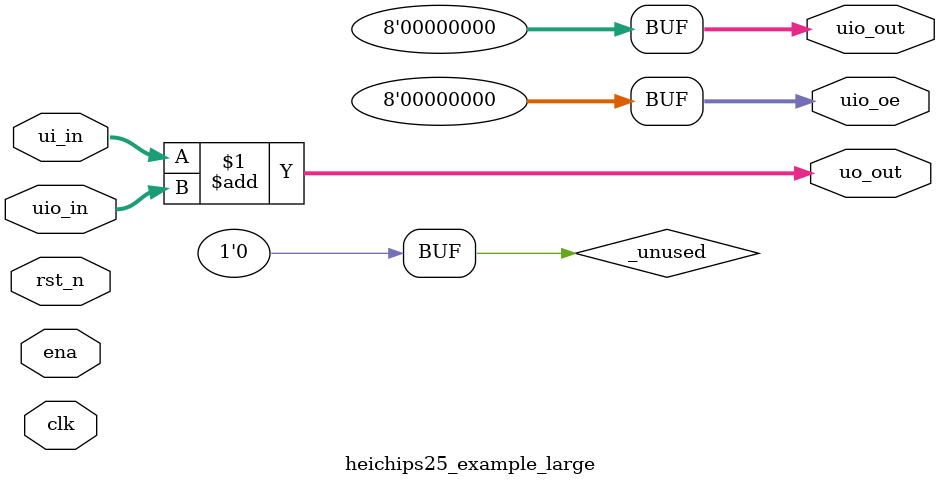
<source format=sv>
/*
 * Copyright (c) 2024 Your Name
 * SPDX-License-Identifier: Apache-2.0
 */

`default_nettype none

module heichips25_example_large (
    input  wire [7:0] ui_in,    // Dedicated inputs
    output wire [7:0] uo_out,   // Dedicated outputs
    input  wire [7:0] uio_in,   // IOs: Input path
    output wire [7:0] uio_out,  // IOs: Output path
    output wire [7:0] uio_oe,   // IOs: Enable path (active high: 0=input, 1=output)
    input  wire       ena,      // always 1 when the design is powered, so you can ignore it
    input  wire       clk,      // clock
    input  wire       rst_n     // reset_n - low to reset
);

  // All output pins must be assigned. If not used, assign to 0.
  assign uo_out  = ui_in + uio_in;  // Example: ou_out is the sum of ui_in and uio_in
  assign uio_out = 0;
  assign uio_oe  = 0;

  // List all unused inputs to prevent warnings
  wire _unused = &{ena, clk, rst_n, 1'b0};

endmodule

</source>
